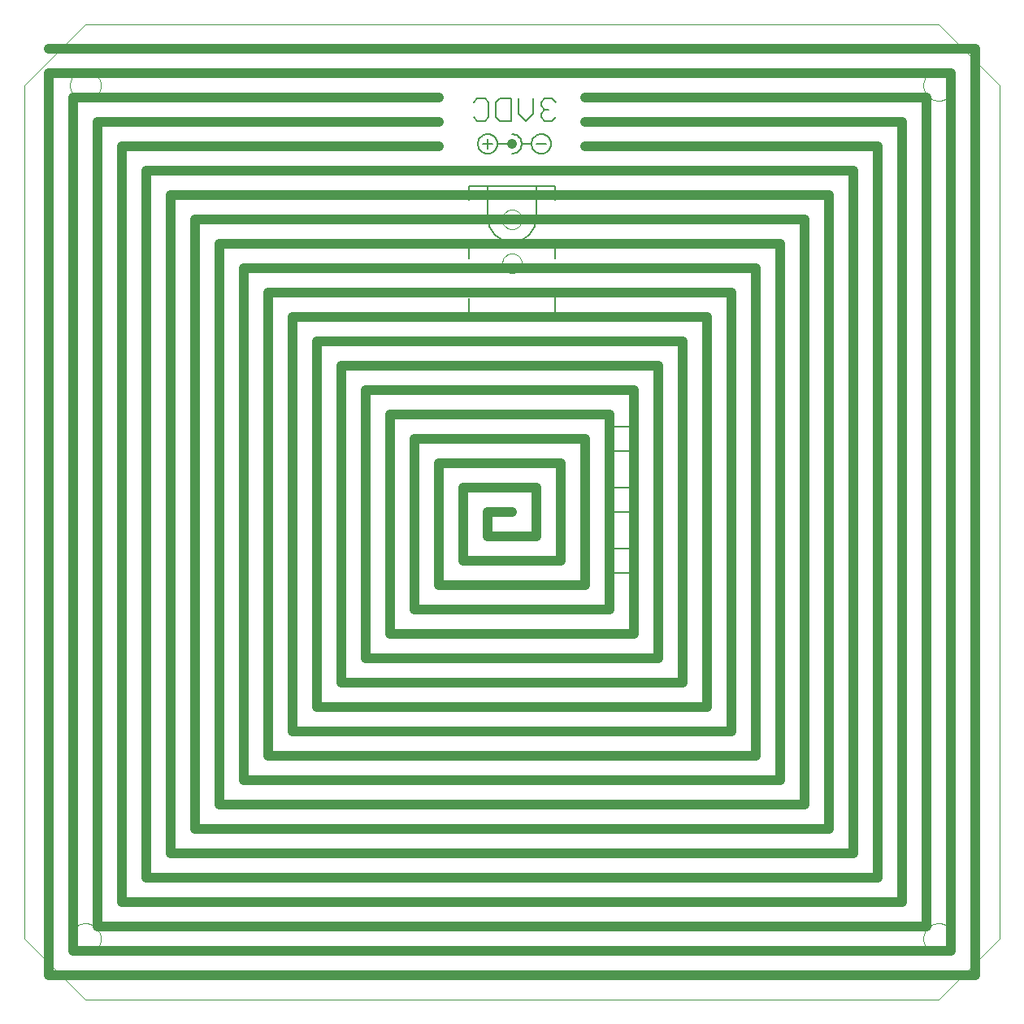
<source format=gbo>
G75*
%MOIN*%
%OFA0B0*%
%FSLAX24Y24*%
%IPPOS*%
%LPD*%
%AMOC8*
5,1,8,0,0,1.08239X$1,22.5*
%
%ADD10C,0.0000*%
%ADD11C,0.0080*%
%ADD12C,0.0400*%
%ADD13C,0.0200*%
%ADD14C,0.0060*%
D10*
X002680Y003220D02*
X005180Y000720D01*
X040180Y000720D01*
X042680Y003220D01*
X042680Y038220D01*
X040180Y040716D01*
X005180Y040716D01*
X002680Y038220D01*
X002680Y003220D01*
X004550Y003220D02*
X004552Y003270D01*
X004558Y003320D01*
X004568Y003369D01*
X004582Y003417D01*
X004599Y003464D01*
X004620Y003509D01*
X004645Y003553D01*
X004673Y003594D01*
X004705Y003633D01*
X004739Y003670D01*
X004776Y003704D01*
X004816Y003734D01*
X004858Y003761D01*
X004902Y003785D01*
X004948Y003806D01*
X004995Y003822D01*
X005043Y003835D01*
X005093Y003844D01*
X005142Y003849D01*
X005193Y003850D01*
X005243Y003847D01*
X005292Y003840D01*
X005341Y003829D01*
X005389Y003814D01*
X005435Y003796D01*
X005480Y003774D01*
X005523Y003748D01*
X005564Y003719D01*
X005603Y003687D01*
X005639Y003652D01*
X005671Y003614D01*
X005701Y003574D01*
X005728Y003531D01*
X005751Y003487D01*
X005770Y003441D01*
X005786Y003393D01*
X005798Y003344D01*
X005806Y003295D01*
X005810Y003245D01*
X005810Y003195D01*
X005806Y003145D01*
X005798Y003096D01*
X005786Y003047D01*
X005770Y002999D01*
X005751Y002953D01*
X005728Y002909D01*
X005701Y002866D01*
X005671Y002826D01*
X005639Y002788D01*
X005603Y002753D01*
X005564Y002721D01*
X005523Y002692D01*
X005480Y002666D01*
X005435Y002644D01*
X005389Y002626D01*
X005341Y002611D01*
X005292Y002600D01*
X005243Y002593D01*
X005193Y002590D01*
X005142Y002591D01*
X005093Y002596D01*
X005043Y002605D01*
X004995Y002618D01*
X004948Y002634D01*
X004902Y002655D01*
X004858Y002679D01*
X004816Y002706D01*
X004776Y002736D01*
X004739Y002770D01*
X004705Y002807D01*
X004673Y002846D01*
X004645Y002887D01*
X004620Y002931D01*
X004599Y002976D01*
X004582Y003023D01*
X004568Y003071D01*
X004558Y003120D01*
X004552Y003170D01*
X004550Y003220D01*
X022280Y030920D02*
X022282Y030960D01*
X022288Y030999D01*
X022298Y031038D01*
X022311Y031075D01*
X022329Y031111D01*
X022350Y031145D01*
X022374Y031177D01*
X022401Y031206D01*
X022431Y031233D01*
X022463Y031256D01*
X022498Y031276D01*
X022534Y031292D01*
X022572Y031305D01*
X022611Y031314D01*
X022650Y031319D01*
X022690Y031320D01*
X022730Y031317D01*
X022769Y031310D01*
X022807Y031299D01*
X022845Y031285D01*
X022880Y031266D01*
X022913Y031245D01*
X022945Y031220D01*
X022973Y031192D01*
X022999Y031162D01*
X023021Y031129D01*
X023040Y031094D01*
X023056Y031057D01*
X023068Y031019D01*
X023076Y030980D01*
X023080Y030940D01*
X023080Y030900D01*
X023076Y030860D01*
X023068Y030821D01*
X023056Y030783D01*
X023040Y030746D01*
X023021Y030711D01*
X022999Y030678D01*
X022973Y030648D01*
X022945Y030620D01*
X022913Y030595D01*
X022880Y030574D01*
X022845Y030555D01*
X022807Y030541D01*
X022769Y030530D01*
X022730Y030523D01*
X022690Y030520D01*
X022650Y030521D01*
X022611Y030526D01*
X022572Y030535D01*
X022534Y030548D01*
X022498Y030564D01*
X022463Y030584D01*
X022431Y030607D01*
X022401Y030634D01*
X022374Y030663D01*
X022350Y030695D01*
X022329Y030729D01*
X022311Y030765D01*
X022298Y030802D01*
X022288Y030841D01*
X022282Y030880D01*
X022280Y030920D01*
X022280Y032720D02*
X022282Y032760D01*
X022288Y032799D01*
X022298Y032838D01*
X022311Y032875D01*
X022329Y032911D01*
X022350Y032945D01*
X022374Y032977D01*
X022401Y033006D01*
X022431Y033033D01*
X022463Y033056D01*
X022498Y033076D01*
X022534Y033092D01*
X022572Y033105D01*
X022611Y033114D01*
X022650Y033119D01*
X022690Y033120D01*
X022730Y033117D01*
X022769Y033110D01*
X022807Y033099D01*
X022845Y033085D01*
X022880Y033066D01*
X022913Y033045D01*
X022945Y033020D01*
X022973Y032992D01*
X022999Y032962D01*
X023021Y032929D01*
X023040Y032894D01*
X023056Y032857D01*
X023068Y032819D01*
X023076Y032780D01*
X023080Y032740D01*
X023080Y032700D01*
X023076Y032660D01*
X023068Y032621D01*
X023056Y032583D01*
X023040Y032546D01*
X023021Y032511D01*
X022999Y032478D01*
X022973Y032448D01*
X022945Y032420D01*
X022913Y032395D01*
X022880Y032374D01*
X022845Y032355D01*
X022807Y032341D01*
X022769Y032330D01*
X022730Y032323D01*
X022690Y032320D01*
X022650Y032321D01*
X022611Y032326D01*
X022572Y032335D01*
X022534Y032348D01*
X022498Y032364D01*
X022463Y032384D01*
X022431Y032407D01*
X022401Y032434D01*
X022374Y032463D01*
X022350Y032495D01*
X022329Y032529D01*
X022311Y032565D01*
X022298Y032602D01*
X022288Y032641D01*
X022282Y032680D01*
X022280Y032720D01*
X004550Y038220D02*
X004552Y038270D01*
X004558Y038320D01*
X004568Y038369D01*
X004582Y038417D01*
X004599Y038464D01*
X004620Y038509D01*
X004645Y038553D01*
X004673Y038594D01*
X004705Y038633D01*
X004739Y038670D01*
X004776Y038704D01*
X004816Y038734D01*
X004858Y038761D01*
X004902Y038785D01*
X004948Y038806D01*
X004995Y038822D01*
X005043Y038835D01*
X005093Y038844D01*
X005142Y038849D01*
X005193Y038850D01*
X005243Y038847D01*
X005292Y038840D01*
X005341Y038829D01*
X005389Y038814D01*
X005435Y038796D01*
X005480Y038774D01*
X005523Y038748D01*
X005564Y038719D01*
X005603Y038687D01*
X005639Y038652D01*
X005671Y038614D01*
X005701Y038574D01*
X005728Y038531D01*
X005751Y038487D01*
X005770Y038441D01*
X005786Y038393D01*
X005798Y038344D01*
X005806Y038295D01*
X005810Y038245D01*
X005810Y038195D01*
X005806Y038145D01*
X005798Y038096D01*
X005786Y038047D01*
X005770Y037999D01*
X005751Y037953D01*
X005728Y037909D01*
X005701Y037866D01*
X005671Y037826D01*
X005639Y037788D01*
X005603Y037753D01*
X005564Y037721D01*
X005523Y037692D01*
X005480Y037666D01*
X005435Y037644D01*
X005389Y037626D01*
X005341Y037611D01*
X005292Y037600D01*
X005243Y037593D01*
X005193Y037590D01*
X005142Y037591D01*
X005093Y037596D01*
X005043Y037605D01*
X004995Y037618D01*
X004948Y037634D01*
X004902Y037655D01*
X004858Y037679D01*
X004816Y037706D01*
X004776Y037736D01*
X004739Y037770D01*
X004705Y037807D01*
X004673Y037846D01*
X004645Y037887D01*
X004620Y037931D01*
X004599Y037976D01*
X004582Y038023D01*
X004568Y038071D01*
X004558Y038120D01*
X004552Y038170D01*
X004550Y038220D01*
X039550Y038220D02*
X039552Y038270D01*
X039558Y038320D01*
X039568Y038369D01*
X039582Y038417D01*
X039599Y038464D01*
X039620Y038509D01*
X039645Y038553D01*
X039673Y038594D01*
X039705Y038633D01*
X039739Y038670D01*
X039776Y038704D01*
X039816Y038734D01*
X039858Y038761D01*
X039902Y038785D01*
X039948Y038806D01*
X039995Y038822D01*
X040043Y038835D01*
X040093Y038844D01*
X040142Y038849D01*
X040193Y038850D01*
X040243Y038847D01*
X040292Y038840D01*
X040341Y038829D01*
X040389Y038814D01*
X040435Y038796D01*
X040480Y038774D01*
X040523Y038748D01*
X040564Y038719D01*
X040603Y038687D01*
X040639Y038652D01*
X040671Y038614D01*
X040701Y038574D01*
X040728Y038531D01*
X040751Y038487D01*
X040770Y038441D01*
X040786Y038393D01*
X040798Y038344D01*
X040806Y038295D01*
X040810Y038245D01*
X040810Y038195D01*
X040806Y038145D01*
X040798Y038096D01*
X040786Y038047D01*
X040770Y037999D01*
X040751Y037953D01*
X040728Y037909D01*
X040701Y037866D01*
X040671Y037826D01*
X040639Y037788D01*
X040603Y037753D01*
X040564Y037721D01*
X040523Y037692D01*
X040480Y037666D01*
X040435Y037644D01*
X040389Y037626D01*
X040341Y037611D01*
X040292Y037600D01*
X040243Y037593D01*
X040193Y037590D01*
X040142Y037591D01*
X040093Y037596D01*
X040043Y037605D01*
X039995Y037618D01*
X039948Y037634D01*
X039902Y037655D01*
X039858Y037679D01*
X039816Y037706D01*
X039776Y037736D01*
X039739Y037770D01*
X039705Y037807D01*
X039673Y037846D01*
X039645Y037887D01*
X039620Y037931D01*
X039599Y037976D01*
X039582Y038023D01*
X039568Y038071D01*
X039558Y038120D01*
X039552Y038170D01*
X039550Y038220D01*
X039550Y003220D02*
X039552Y003270D01*
X039558Y003320D01*
X039568Y003369D01*
X039582Y003417D01*
X039599Y003464D01*
X039620Y003509D01*
X039645Y003553D01*
X039673Y003594D01*
X039705Y003633D01*
X039739Y003670D01*
X039776Y003704D01*
X039816Y003734D01*
X039858Y003761D01*
X039902Y003785D01*
X039948Y003806D01*
X039995Y003822D01*
X040043Y003835D01*
X040093Y003844D01*
X040142Y003849D01*
X040193Y003850D01*
X040243Y003847D01*
X040292Y003840D01*
X040341Y003829D01*
X040389Y003814D01*
X040435Y003796D01*
X040480Y003774D01*
X040523Y003748D01*
X040564Y003719D01*
X040603Y003687D01*
X040639Y003652D01*
X040671Y003614D01*
X040701Y003574D01*
X040728Y003531D01*
X040751Y003487D01*
X040770Y003441D01*
X040786Y003393D01*
X040798Y003344D01*
X040806Y003295D01*
X040810Y003245D01*
X040810Y003195D01*
X040806Y003145D01*
X040798Y003096D01*
X040786Y003047D01*
X040770Y002999D01*
X040751Y002953D01*
X040728Y002909D01*
X040701Y002866D01*
X040671Y002826D01*
X040639Y002788D01*
X040603Y002753D01*
X040564Y002721D01*
X040523Y002692D01*
X040480Y002666D01*
X040435Y002644D01*
X040389Y002626D01*
X040341Y002611D01*
X040292Y002600D01*
X040243Y002593D01*
X040193Y002590D01*
X040142Y002591D01*
X040093Y002596D01*
X040043Y002605D01*
X039995Y002618D01*
X039948Y002634D01*
X039902Y002655D01*
X039858Y002679D01*
X039816Y002706D01*
X039776Y002736D01*
X039739Y002770D01*
X039705Y002807D01*
X039673Y002846D01*
X039645Y002887D01*
X039620Y002931D01*
X039599Y002976D01*
X039582Y003023D01*
X039568Y003071D01*
X039558Y003120D01*
X039552Y003170D01*
X039550Y003220D01*
D11*
X024452Y028862D02*
X020908Y028862D01*
X020908Y029492D01*
X020908Y031106D02*
X020908Y031933D01*
X021696Y032720D02*
X021696Y034098D01*
X023664Y034098D01*
X023664Y032720D01*
X023660Y032661D01*
X023651Y032602D01*
X023639Y032544D01*
X023624Y032487D01*
X023605Y032431D01*
X023582Y032376D01*
X023556Y032323D01*
X023527Y032271D01*
X023495Y032222D01*
X023459Y032174D01*
X023421Y032129D01*
X023380Y032086D01*
X023336Y032046D01*
X023290Y032009D01*
X023242Y031975D01*
X023191Y031944D01*
X023139Y031916D01*
X023085Y031892D01*
X023030Y031871D01*
X022973Y031853D01*
X022915Y031839D01*
X022857Y031829D01*
X022798Y031822D01*
X022739Y031819D01*
X022680Y031820D01*
X022621Y031819D01*
X022562Y031822D01*
X022503Y031829D01*
X022445Y031839D01*
X022387Y031853D01*
X022330Y031871D01*
X022275Y031892D01*
X022221Y031916D01*
X022169Y031944D01*
X022118Y031975D01*
X022070Y032009D01*
X022024Y032046D01*
X021980Y032086D01*
X021939Y032129D01*
X021901Y032174D01*
X021865Y032222D01*
X021833Y032271D01*
X021804Y032323D01*
X021778Y032376D01*
X021755Y032431D01*
X021736Y032487D01*
X021721Y032544D01*
X021709Y032602D01*
X021700Y032661D01*
X021696Y032720D01*
X020908Y033507D02*
X020908Y034098D01*
X021696Y034098D01*
X021680Y035620D02*
X021680Y036020D01*
X021280Y035820D02*
X021282Y035860D01*
X021288Y035899D01*
X021298Y035938D01*
X021311Y035975D01*
X021329Y036011D01*
X021350Y036045D01*
X021374Y036077D01*
X021401Y036106D01*
X021431Y036133D01*
X021463Y036156D01*
X021498Y036176D01*
X021534Y036192D01*
X021572Y036205D01*
X021611Y036214D01*
X021650Y036219D01*
X021690Y036220D01*
X021730Y036217D01*
X021769Y036210D01*
X021807Y036199D01*
X021845Y036185D01*
X021880Y036166D01*
X021913Y036145D01*
X021945Y036120D01*
X021973Y036092D01*
X021999Y036062D01*
X022021Y036029D01*
X022040Y035994D01*
X022056Y035957D01*
X022068Y035919D01*
X022076Y035880D01*
X022080Y035840D01*
X022080Y035800D01*
X022076Y035760D01*
X022068Y035721D01*
X022056Y035683D01*
X022040Y035646D01*
X022021Y035611D01*
X021999Y035578D01*
X021973Y035548D01*
X021945Y035520D01*
X021913Y035495D01*
X021880Y035474D01*
X021845Y035455D01*
X021807Y035441D01*
X021769Y035430D01*
X021730Y035423D01*
X021690Y035420D01*
X021650Y035421D01*
X021611Y035426D01*
X021572Y035435D01*
X021534Y035448D01*
X021498Y035464D01*
X021463Y035484D01*
X021431Y035507D01*
X021401Y035534D01*
X021374Y035563D01*
X021350Y035595D01*
X021329Y035629D01*
X021311Y035665D01*
X021298Y035702D01*
X021288Y035741D01*
X021282Y035780D01*
X021280Y035820D01*
X021480Y035820D02*
X021880Y035820D01*
X022080Y035820D02*
X022680Y035820D01*
X022680Y035420D02*
X022719Y035422D01*
X022758Y035428D01*
X022796Y035437D01*
X022833Y035450D01*
X022869Y035467D01*
X022902Y035487D01*
X022934Y035511D01*
X022963Y035537D01*
X022989Y035566D01*
X023013Y035598D01*
X023033Y035631D01*
X023050Y035667D01*
X023063Y035704D01*
X023072Y035742D01*
X023078Y035781D01*
X023080Y035820D01*
X023480Y035820D01*
X023680Y035820D02*
X024080Y035820D01*
X023480Y035820D02*
X023482Y035860D01*
X023488Y035899D01*
X023498Y035938D01*
X023511Y035975D01*
X023529Y036011D01*
X023550Y036045D01*
X023574Y036077D01*
X023601Y036106D01*
X023631Y036133D01*
X023663Y036156D01*
X023698Y036176D01*
X023734Y036192D01*
X023772Y036205D01*
X023811Y036214D01*
X023850Y036219D01*
X023890Y036220D01*
X023930Y036217D01*
X023969Y036210D01*
X024007Y036199D01*
X024045Y036185D01*
X024080Y036166D01*
X024113Y036145D01*
X024145Y036120D01*
X024173Y036092D01*
X024199Y036062D01*
X024221Y036029D01*
X024240Y035994D01*
X024256Y035957D01*
X024268Y035919D01*
X024276Y035880D01*
X024280Y035840D01*
X024280Y035800D01*
X024276Y035760D01*
X024268Y035721D01*
X024256Y035683D01*
X024240Y035646D01*
X024221Y035611D01*
X024199Y035578D01*
X024173Y035548D01*
X024145Y035520D01*
X024113Y035495D01*
X024080Y035474D01*
X024045Y035455D01*
X024007Y035441D01*
X023969Y035430D01*
X023930Y035423D01*
X023890Y035420D01*
X023850Y035421D01*
X023811Y035426D01*
X023772Y035435D01*
X023734Y035448D01*
X023698Y035464D01*
X023663Y035484D01*
X023631Y035507D01*
X023601Y035534D01*
X023574Y035563D01*
X023550Y035595D01*
X023529Y035629D01*
X023511Y035665D01*
X023498Y035702D01*
X023488Y035741D01*
X023482Y035780D01*
X023480Y035820D01*
X023080Y035820D02*
X023078Y035859D01*
X023072Y035898D01*
X023063Y035936D01*
X023050Y035973D01*
X023033Y036009D01*
X023013Y036042D01*
X022989Y036074D01*
X022963Y036103D01*
X022934Y036129D01*
X022902Y036153D01*
X022869Y036173D01*
X022833Y036190D01*
X022796Y036203D01*
X022758Y036212D01*
X022719Y036218D01*
X022680Y036220D01*
X022640Y036760D02*
X022180Y036760D01*
X022026Y036913D01*
X022026Y037527D01*
X022180Y037681D01*
X022640Y037681D01*
X022640Y036760D01*
X022947Y037067D02*
X022947Y037681D01*
X022947Y037067D02*
X023254Y036760D01*
X023561Y037067D01*
X023561Y037681D01*
X023868Y037527D02*
X023868Y037374D01*
X024021Y037220D01*
X023868Y037067D01*
X023868Y036913D01*
X024021Y036760D01*
X024328Y036760D01*
X024482Y036913D01*
X024175Y037220D02*
X024021Y037220D01*
X023868Y037527D02*
X024021Y037681D01*
X024328Y037681D01*
X024482Y037527D01*
X021719Y037527D02*
X021719Y036913D01*
X021566Y036760D01*
X021259Y036760D01*
X021105Y036913D01*
X021105Y037527D02*
X021259Y037681D01*
X021566Y037681D01*
X021719Y037527D01*
X023664Y034098D02*
X024452Y034098D01*
X024452Y033507D01*
X024452Y031933D02*
X024452Y031106D01*
X024452Y029531D02*
X024452Y028862D01*
D12*
X027680Y025720D02*
X027680Y015720D01*
X017680Y015720D01*
X017680Y024720D01*
X026680Y024720D01*
X026680Y016720D01*
X018680Y016720D01*
X018680Y023720D01*
X025680Y023720D01*
X025680Y017720D01*
X019680Y017720D01*
X019680Y022720D01*
X024680Y022720D01*
X024680Y018720D01*
X020680Y018720D01*
X020680Y021720D01*
X023680Y021720D01*
X023680Y019720D01*
X021680Y019720D01*
X021680Y020720D01*
X022680Y020720D01*
X027680Y025720D02*
X016680Y025720D01*
X016680Y014720D01*
X028680Y014720D01*
X028680Y026720D01*
X015680Y026720D01*
X015680Y013720D01*
X029680Y013720D01*
X029680Y027720D01*
X014680Y027720D01*
X014680Y012720D01*
X030680Y012720D01*
X030680Y028720D01*
X013680Y028720D01*
X013680Y011720D01*
X031680Y011720D01*
X031680Y029720D01*
X012680Y029720D01*
X012680Y010720D01*
X032680Y010720D01*
X032680Y030720D01*
X011680Y030720D01*
X011680Y009720D01*
X033680Y009720D01*
X033680Y031720D01*
X010680Y031720D01*
X010680Y008720D01*
X034680Y008720D01*
X034680Y032720D01*
X009680Y032720D01*
X009680Y007720D01*
X035680Y007720D01*
X035680Y033720D01*
X008680Y033720D01*
X008680Y006720D01*
X036680Y006720D01*
X036680Y034720D01*
X007680Y034720D01*
X007680Y005720D01*
X037680Y005720D01*
X037680Y035720D01*
X025680Y035720D01*
X025680Y036720D02*
X038680Y036720D01*
X038680Y004720D01*
X006680Y004720D01*
X006680Y035720D01*
X019680Y035720D01*
X019680Y036720D02*
X005680Y036720D01*
X005680Y003720D01*
X039680Y003720D01*
X039680Y037720D01*
X025680Y037720D01*
X019680Y037720D02*
X004680Y037720D01*
X004680Y002720D01*
X040680Y002720D01*
X040680Y038720D01*
X003680Y038720D01*
X003680Y001720D01*
X041680Y001720D01*
X041680Y039720D01*
X003680Y039720D01*
D13*
X022580Y035820D02*
X022582Y035840D01*
X022588Y035858D01*
X022597Y035876D01*
X022609Y035891D01*
X022624Y035903D01*
X022642Y035912D01*
X022660Y035918D01*
X022680Y035920D01*
X022700Y035918D01*
X022718Y035912D01*
X022736Y035903D01*
X022751Y035891D01*
X022763Y035876D01*
X022772Y035858D01*
X022778Y035840D01*
X022780Y035820D01*
X022778Y035800D01*
X022772Y035782D01*
X022763Y035764D01*
X022751Y035749D01*
X022736Y035737D01*
X022718Y035728D01*
X022700Y035722D01*
X022680Y035720D01*
X022660Y035722D01*
X022642Y035728D01*
X022624Y035737D01*
X022609Y035749D01*
X022597Y035764D01*
X022588Y035782D01*
X022582Y035800D01*
X022580Y035820D01*
D14*
X026786Y026710D02*
X027580Y026710D01*
X027584Y025730D02*
X026776Y025730D01*
X026786Y024210D02*
X027580Y024210D01*
X027584Y023230D02*
X026776Y023230D01*
X026786Y021710D02*
X027580Y021710D01*
X027584Y020730D02*
X026776Y020730D01*
X026776Y019210D02*
X027584Y019210D01*
X027574Y018230D02*
X026780Y018230D01*
M02*

</source>
